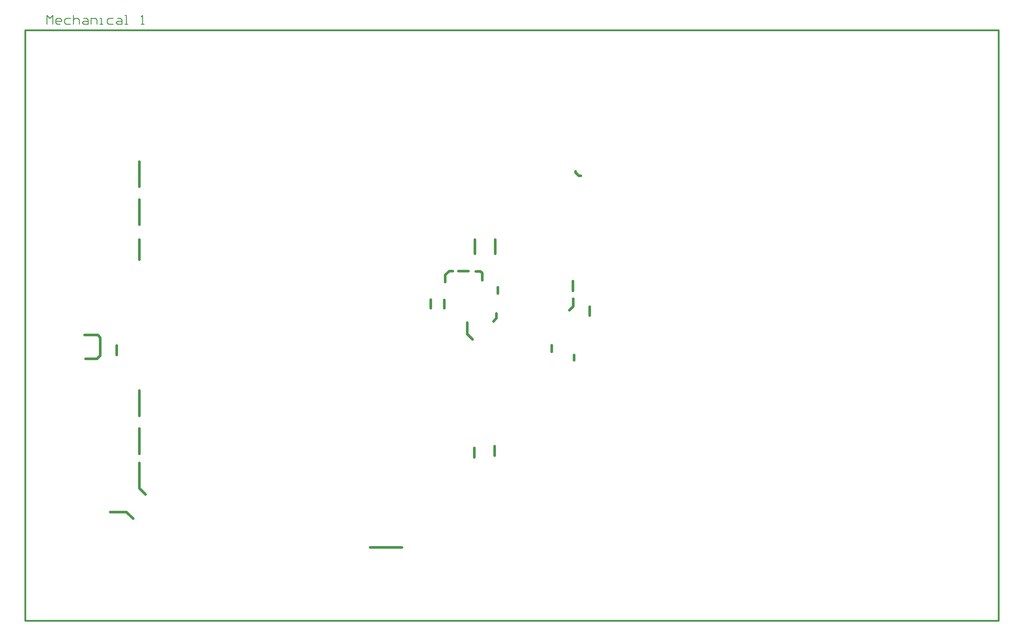
<source format=gm1>
G04*
G04 #@! TF.GenerationSoftware,Altium Limited,Altium Designer,20.0.13 (296)*
G04*
G04 Layer_Color=16777215*
%FSLAX24Y24*%
%MOIN*%
G70*
G01*
G75*
%ADD18C,0.0100*%
%ADD43C,0.0300*%
%ADD93C,0.0200*%
D18*
X2450Y67600D02*
Y68600D01*
X2783Y68266D01*
X3116Y68600D01*
Y67600D01*
X3950D02*
X3616D01*
X3450Y67767D01*
Y68100D01*
X3616Y68266D01*
X3950D01*
X4116Y68100D01*
Y67933D01*
X3450D01*
X5116Y68266D02*
X4616D01*
X4449Y68100D01*
Y67767D01*
X4616Y67600D01*
X5116D01*
X5449Y68600D02*
Y67600D01*
Y68100D01*
X5616Y68266D01*
X5949D01*
X6115Y68100D01*
Y67600D01*
X6615Y68266D02*
X6949D01*
X7115Y68100D01*
Y67600D01*
X6615D01*
X6449Y67767D01*
X6615Y67933D01*
X7115D01*
X7448Y67600D02*
Y68266D01*
X7948D01*
X8115Y68100D01*
Y67600D01*
X8448D02*
X8781D01*
X8615D01*
Y68266D01*
X8448D01*
X9948D02*
X9448D01*
X9281Y68100D01*
Y67767D01*
X9448Y67600D01*
X9948D01*
X10447Y68266D02*
X10781D01*
X10947Y68100D01*
Y67600D01*
X10447D01*
X10281Y67767D01*
X10447Y67933D01*
X10947D01*
X11280Y67600D02*
X11614D01*
X11447D01*
Y68600D01*
X11280D01*
X13113Y67600D02*
X13446D01*
X13280D01*
Y68600D01*
X13113Y68433D01*
D43*
X12900Y49200D02*
Y52050D01*
Y44900D02*
Y47750D01*
Y40950D02*
Y43200D01*
X6700Y32400D02*
X8200D01*
X8477Y32123D01*
Y30083D02*
Y32123D01*
X8094Y29700D02*
X8477Y30083D01*
X6800Y29700D02*
X8094D01*
X10325Y30154D02*
Y31204D01*
X9600Y12350D02*
X11450D01*
X12200Y11600D01*
X12900Y15050D02*
Y17900D01*
Y18950D02*
Y21800D01*
Y23250D02*
Y26100D01*
Y15050D02*
X13600Y14350D01*
X39050Y8350D02*
X42650D01*
X45917Y35458D02*
Y36408D01*
X47441Y35442D02*
Y36392D01*
X48000Y39650D02*
X48400D01*
X47550Y39200D02*
X48000Y39650D01*
X47550Y38400D02*
Y39200D01*
X51750Y38600D02*
Y39400D01*
X50900Y41600D02*
Y43200D01*
X53200Y41600D02*
Y43200D01*
X50843Y18554D02*
Y19604D01*
X53150Y18750D02*
Y19800D01*
X53500Y37100D02*
Y37800D01*
X53349Y34303D02*
Y34853D01*
X52999Y33953D02*
X53349Y34303D01*
X49026Y39643D02*
X50176D01*
X51550Y39600D02*
X51750Y39400D01*
X51000Y39600D02*
X51550D01*
X50050Y32500D02*
Y33800D01*
Y32500D02*
X50650Y31900D01*
X63920Y34600D02*
Y35600D01*
X61600Y35200D02*
X62050Y35650D01*
Y36500D01*
X62009Y37401D02*
Y38501D01*
X59600Y30500D02*
Y31250D01*
X62132Y29534D02*
Y30134D01*
X62661Y50450D02*
X62900D01*
X62300Y50811D02*
X62661Y50450D01*
X62300Y50811D02*
Y50950D01*
D93*
X0Y66929D02*
X110236D01*
Y0D02*
Y66929D01*
X0Y0D02*
X110236D01*
X0D02*
Y66929D01*
M02*

</source>
